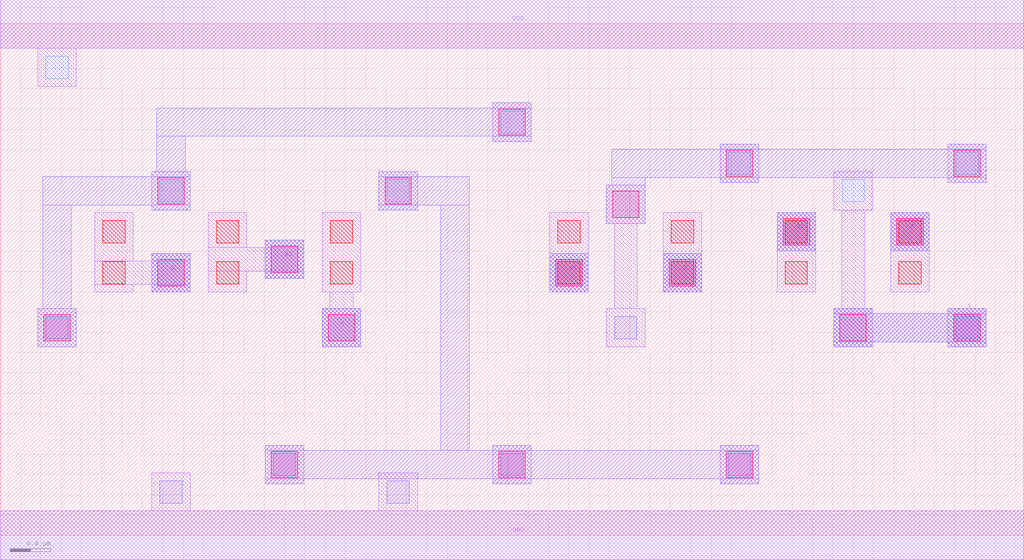
<source format=lef>
MACRO AOOAOI2221
 CLASS CORE ;
 FOREIGN AOOAOI2221 0 0 ;
 SIZE 10.08 BY 5.04 ;
 ORIGIN 0 0 ;
 SYMMETRY X Y R90 ;
 SITE unit ;
  PIN VDD
   DIRECTION INOUT ;
   USE POWER ;
   SHAPE ABUTMENT ;
    PORT
     CLASS CORE ;
       LAYER met1 ;
        RECT 0.00000000 4.80000000 10.08000000 5.28000000 ;
    END
  END VDD

  PIN GND
   DIRECTION INOUT ;
   USE POWER ;
   SHAPE ABUTMENT ;
    PORT
     CLASS CORE ;
       LAYER met1 ;
        RECT 0.00000000 -0.24000000 10.08000000 0.24000000 ;
    END
  END GND

  PIN Y
   DIRECTION INOUT ;
   USE SIGNAL ;
   SHAPE ABUTMENT ;
    PORT
     CLASS CORE ;
       LAYER met2 ;
        RECT 8.21000000 1.85700000 8.59000000 1.90700000 ;
        RECT 9.33000000 1.85700000 9.71000000 1.90700000 ;
        RECT 8.21000000 1.90700000 9.71000000 2.18700000 ;
        RECT 8.21000000 2.18700000 8.59000000 2.23700000 ;
        RECT 9.33000000 2.18700000 9.71000000 2.23700000 ;
    END
  END Y

  PIN A
   DIRECTION INOUT ;
   USE SIGNAL ;
   SHAPE ABUTMENT ;
    PORT
     CLASS CORE ;
       LAYER met2 ;
        RECT 8.77000000 2.80200000 9.15000000 3.18200000 ;
    END
  END A

  PIN C
   DIRECTION INOUT ;
   USE SIGNAL ;
   SHAPE ABUTMENT ;
    PORT
     CLASS CORE ;
       LAYER met2 ;
        RECT 3.17000000 1.85700000 3.55000000 2.23700000 ;
    END
  END C

  PIN D
   DIRECTION INOUT ;
   USE SIGNAL ;
   SHAPE ABUTMENT ;
    PORT
     CLASS CORE ;
       LAYER met2 ;
        RECT 1.49000000 2.39700000 1.87000000 2.77700000 ;
    END
  END D

  PIN B
   DIRECTION INOUT ;
   USE SIGNAL ;
   SHAPE ABUTMENT ;
    PORT
     CLASS CORE ;
       LAYER met2 ;
        RECT 6.53000000 2.39700000 6.91000000 2.77700000 ;
    END
  END B

  PIN B1
   DIRECTION INOUT ;
   USE SIGNAL ;
   SHAPE ABUTMENT ;
    PORT
     CLASS CORE ;
       LAYER met2 ;
        RECT 5.41000000 2.39700000 5.79000000 2.77700000 ;
    END
  END B1

  PIN A1
   DIRECTION INOUT ;
   USE SIGNAL ;
   SHAPE ABUTMENT ;
    PORT
     CLASS CORE ;
       LAYER met2 ;
        RECT 7.65000000 2.80200000 8.03000000 3.18200000 ;
    END
  END A1

  PIN C1
   DIRECTION INOUT ;
   USE SIGNAL ;
   SHAPE ABUTMENT ;
    PORT
     CLASS CORE ;
       LAYER met2 ;
        RECT 2.61000000 2.53200000 2.99000000 2.91200000 ;
    END
  END C1

 OBS
    LAYER polycont ;
     RECT 1.01000000 2.47700000 1.23000000 2.69700000 ;
     RECT 2.13000000 2.47700000 2.35000000 2.69700000 ;
     RECT 3.25000000 2.47700000 3.47000000 2.69700000 ;
     RECT 5.49000000 2.47700000 5.71000000 2.69700000 ;
     RECT 6.61000000 2.47700000 6.83000000 2.69700000 ;
     RECT 7.73000000 2.47700000 7.95000000 2.69700000 ;
     RECT 8.85000000 2.47700000 9.07000000 2.69700000 ;
     RECT 1.01000000 2.88200000 1.23000000 3.10200000 ;
     RECT 2.13000000 2.88200000 2.35000000 3.10200000 ;
     RECT 3.25000000 2.88200000 3.47000000 3.10200000 ;
     RECT 5.49000000 2.88200000 5.71000000 3.10200000 ;
     RECT 6.61000000 2.88200000 6.83000000 3.10200000 ;
     RECT 7.73000000 2.88200000 7.95000000 3.10200000 ;
     RECT 8.85000000 2.88200000 9.07000000 3.10200000 ;

    LAYER pdiffc ;
     RECT 1.57000000 3.28700000 1.79000000 3.50700000 ;
     RECT 3.81000000 3.28700000 4.03000000 3.50700000 ;
     RECT 8.29000000 3.28700000 8.51000000 3.50700000 ;
     RECT 7.17000000 3.55700000 7.39000000 3.77700000 ;
     RECT 9.41000000 3.55700000 9.63000000 3.77700000 ;
     RECT 4.93000000 3.96200000 5.15000000 4.18200000 ;
     RECT 0.45000000 4.50200000 0.67000000 4.72200000 ;

    LAYER ndiffc ;
     RECT 1.57000000 0.31700000 1.79000000 0.53700000 ;
     RECT 3.81000000 0.31700000 4.03000000 0.53700000 ;
     RECT 2.69000000 0.58700000 2.91000000 0.80700000 ;
     RECT 4.93000000 0.58700000 5.15000000 0.80700000 ;
     RECT 7.17000000 0.58700000 7.39000000 0.80700000 ;
     RECT 0.45000000 1.93700000 0.67000000 2.15700000 ;
     RECT 6.05000000 1.93700000 6.27000000 2.15700000 ;
     RECT 9.41000000 1.93700000 9.63000000 2.15700000 ;

    LAYER met1 ;
     RECT 0.00000000 -0.24000000 10.08000000 0.24000000 ;
     RECT 1.49000000 0.24000000 1.87000000 0.61700000 ;
     RECT 3.73000000 0.24000000 4.11000000 0.61700000 ;
     RECT 2.61000000 0.50700000 2.99000000 0.88700000 ;
     RECT 4.85000000 0.50700000 5.23000000 0.88700000 ;
     RECT 7.09000000 0.50700000 7.47000000 0.88700000 ;
     RECT 0.37000000 1.85700000 0.75000000 2.23700000 ;
     RECT 9.33000000 1.85700000 9.71000000 2.23700000 ;
     RECT 0.93000000 2.39700000 1.31000000 2.47200000 ;
     RECT 1.49000000 2.39700000 1.87000000 2.47200000 ;
     RECT 0.93000000 2.47200000 1.87000000 2.70200000 ;
     RECT 1.49000000 2.70200000 1.87000000 2.77700000 ;
     RECT 0.93000000 2.70200000 1.31000000 3.18200000 ;
     RECT 2.05000000 2.39700000 2.43000000 2.60700000 ;
     RECT 2.61000000 2.53200000 2.99000000 2.60700000 ;
     RECT 2.05000000 2.60700000 2.99000000 2.83700000 ;
     RECT 2.61000000 2.83700000 2.99000000 2.91200000 ;
     RECT 2.05000000 2.83700000 2.43000000 3.18200000 ;
     RECT 3.17000000 1.85700000 3.55000000 2.23700000 ;
     RECT 3.24500000 2.23700000 3.47500000 2.39700000 ;
     RECT 3.17000000 2.39700000 3.55000000 3.18200000 ;
     RECT 5.41000000 2.39700000 5.79000000 3.18200000 ;
     RECT 6.53000000 2.39700000 6.91000000 3.18200000 ;
     RECT 7.65000000 2.39700000 8.03000000 3.18200000 ;
     RECT 8.77000000 2.39700000 9.15000000 3.18200000 ;
     RECT 5.97000000 1.85700000 6.35000000 2.23700000 ;
     RECT 6.04500000 2.23700000 6.27500000 3.07200000 ;
     RECT 5.97000000 3.07200000 6.35000000 3.45200000 ;
     RECT 1.49000000 3.20700000 1.87000000 3.58700000 ;
     RECT 3.73000000 3.20700000 4.11000000 3.58700000 ;
     RECT 8.21000000 1.85700000 8.59000000 2.23700000 ;
     RECT 8.28500000 2.23700000 8.51500000 3.20700000 ;
     RECT 8.21000000 3.20700000 8.59000000 3.58700000 ;
     RECT 7.09000000 3.47700000 7.47000000 3.85700000 ;
     RECT 9.33000000 3.47700000 9.71000000 3.85700000 ;
     RECT 4.85000000 3.88200000 5.23000000 4.26200000 ;
     RECT 0.37000000 4.42200000 0.75000000 4.80000000 ;
     RECT 0.00000000 4.80000000 10.08000000 5.28000000 ;

    LAYER via1 ;
     RECT 2.67000000 0.56700000 2.93000000 0.82700000 ;
     RECT 4.91000000 0.56700000 5.17000000 0.82700000 ;
     RECT 7.15000000 0.56700000 7.41000000 0.82700000 ;
     RECT 0.43000000 1.91700000 0.69000000 2.17700000 ;
     RECT 3.23000000 1.91700000 3.49000000 2.17700000 ;
     RECT 8.27000000 1.91700000 8.53000000 2.17700000 ;
     RECT 9.39000000 1.91700000 9.65000000 2.17700000 ;
     RECT 1.55000000 2.45700000 1.81000000 2.71700000 ;
     RECT 5.47000000 2.45700000 5.73000000 2.71700000 ;
     RECT 6.59000000 2.45700000 6.85000000 2.71700000 ;
     RECT 2.67000000 2.59200000 2.93000000 2.85200000 ;
     RECT 7.71000000 2.86200000 7.97000000 3.12200000 ;
     RECT 8.83000000 2.86200000 9.09000000 3.12200000 ;
     RECT 6.03000000 3.13200000 6.29000000 3.39200000 ;
     RECT 1.55000000 3.26700000 1.81000000 3.52700000 ;
     RECT 3.79000000 3.26700000 4.05000000 3.52700000 ;
     RECT 7.15000000 3.53700000 7.41000000 3.79700000 ;
     RECT 9.39000000 3.53700000 9.65000000 3.79700000 ;
     RECT 4.91000000 3.94200000 5.17000000 4.20200000 ;

    LAYER met2 ;
     RECT 3.17000000 1.85700000 3.55000000 2.23700000 ;
     RECT 8.21000000 1.85700000 8.59000000 1.90700000 ;
     RECT 9.33000000 1.85700000 9.71000000 1.90700000 ;
     RECT 8.21000000 1.90700000 9.71000000 2.18700000 ;
     RECT 8.21000000 2.18700000 8.59000000 2.23700000 ;
     RECT 9.33000000 2.18700000 9.71000000 2.23700000 ;
     RECT 1.49000000 2.39700000 1.87000000 2.77700000 ;
     RECT 5.41000000 2.39700000 5.79000000 2.77700000 ;
     RECT 6.53000000 2.39700000 6.91000000 2.77700000 ;
     RECT 2.61000000 2.53200000 2.99000000 2.91200000 ;
     RECT 7.65000000 2.80200000 8.03000000 3.18200000 ;
     RECT 8.77000000 2.80200000 9.15000000 3.18200000 ;
     RECT 2.61000000 0.50700000 2.99000000 0.55700000 ;
     RECT 4.85000000 0.50700000 5.23000000 0.55700000 ;
     RECT 7.09000000 0.50700000 7.47000000 0.55700000 ;
     RECT 2.61000000 0.55700000 7.47000000 0.83700000 ;
     RECT 2.61000000 0.83700000 2.99000000 0.88700000 ;
     RECT 4.85000000 0.83700000 5.23000000 0.88700000 ;
     RECT 7.09000000 0.83700000 7.47000000 0.88700000 ;
     RECT 3.73000000 3.20700000 4.11000000 3.25700000 ;
     RECT 4.34000000 0.83700000 4.62000000 3.25700000 ;
     RECT 3.73000000 3.25700000 4.62000000 3.53700000 ;
     RECT 3.73000000 3.53700000 4.11000000 3.58700000 ;
     RECT 5.97000000 3.07200000 6.35000000 3.45200000 ;
     RECT 6.02000000 3.45200000 6.35000000 3.52700000 ;
     RECT 7.09000000 3.47700000 7.47000000 3.52700000 ;
     RECT 9.33000000 3.47700000 9.71000000 3.52700000 ;
     RECT 6.02000000 3.52700000 9.71000000 3.80700000 ;
     RECT 7.09000000 3.80700000 7.47000000 3.85700000 ;
     RECT 9.33000000 3.80700000 9.71000000 3.85700000 ;
     RECT 0.37000000 1.85700000 0.75000000 2.23700000 ;
     RECT 0.42000000 2.23700000 0.70000000 3.25700000 ;
     RECT 1.49000000 3.20700000 1.87000000 3.25700000 ;
     RECT 0.42000000 3.25700000 1.87000000 3.53700000 ;
     RECT 1.49000000 3.53700000 1.87000000 3.58700000 ;
     RECT 1.54000000 3.58700000 1.82000000 3.93200000 ;
     RECT 4.85000000 3.88200000 5.23000000 3.93200000 ;
     RECT 1.54000000 3.93200000 5.23000000 4.21200000 ;
     RECT 4.85000000 4.21200000 5.23000000 4.26200000 ;

 END
END AOOAOI2221

</source>
